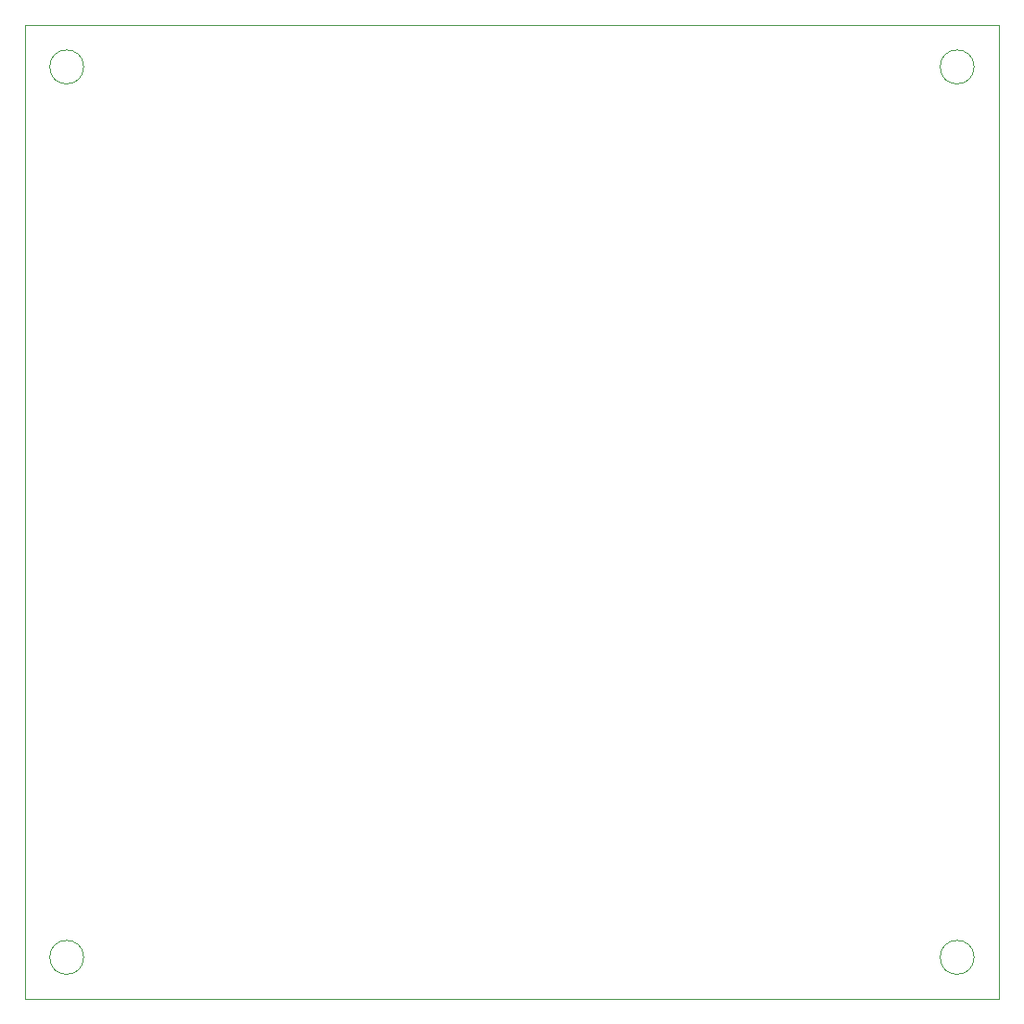
<source format=gm1>
G04 #@! TF.GenerationSoftware,KiCad,Pcbnew,7.0.1*
G04 #@! TF.CreationDate,2023-05-08T23:10:09+02:00*
G04 #@! TF.ProjectId,rockobot,726f636b-6f62-46f7-942e-6b696361645f,V1*
G04 #@! TF.SameCoordinates,Original*
G04 #@! TF.FileFunction,Profile,NP*
%FSLAX46Y46*%
G04 Gerber Fmt 4.6, Leading zero omitted, Abs format (unit mm)*
G04 Created by KiCad (PCBNEW 7.0.1) date 2023-05-08 23:10:09*
%MOMM*%
%LPD*%
G01*
G04 APERTURE LIST*
G04 #@! TA.AperFunction,Profile*
%ADD10C,0.100000*%
G04 #@! TD*
G04 APERTURE END LIST*
D10*
X104420000Y-146050000D02*
G75*
G03*
X104420000Y-146050000I-1550000J0D01*
G01*
X99060000Y-60960000D02*
X187960000Y-60960000D01*
X187960000Y-149860000D01*
X99060000Y-149860000D01*
X99060000Y-60960000D01*
X185700000Y-64770000D02*
G75*
G03*
X185700000Y-64770000I-1550000J0D01*
G01*
X185700000Y-146050000D02*
G75*
G03*
X185700000Y-146050000I-1550000J0D01*
G01*
X104420000Y-64770000D02*
G75*
G03*
X104420000Y-64770000I-1550000J0D01*
G01*
M02*

</source>
